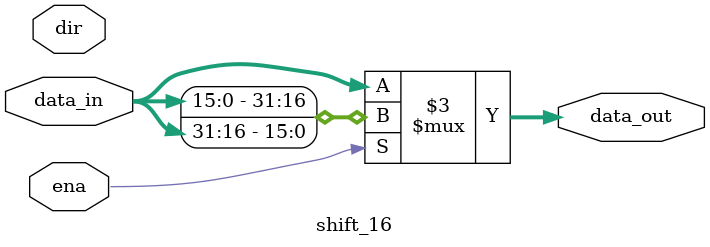
<source format=v>
`timescale 1ns / 1ps


module shift_16(
    input [31:0]data_in,
    input dir,
    input ena,
    output reg [31:0]data_out
    );
    always @(*) begin
        if(ena)begin
            data_out = {data_in[15:0], data_in[31:16]};
        end
        else begin
            data_out = data_in;
        end
    end
endmodule

</source>
